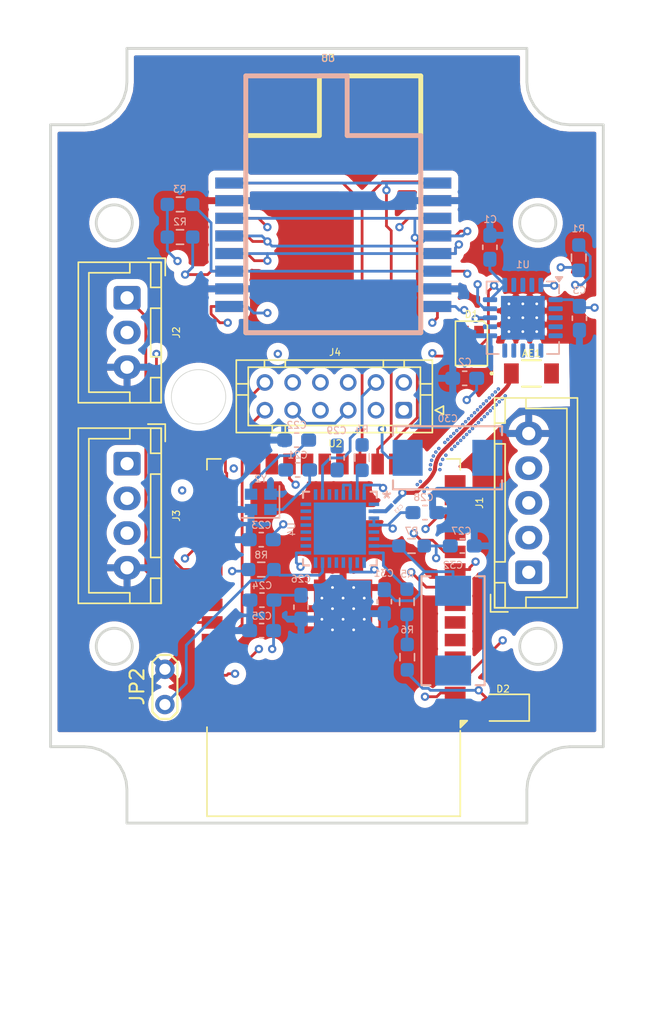
<source format=kicad_pcb>
(kicad_pcb (version 20241229) (generator "pcbnew") (generator_version "9.0")
  (layers (0 "F.Cu" signal) (4 "In1.Cu" signal) (6 "In2.Cu" signal) (2 "B.Cu" signal) (13 "F.Paste" user) (15 "B.Paste" user) (5 "F.SilkS" user "F.Silkscreen") (7 "B.SilkS" user "B.Silkscreen") (1 "F.Mask" user) (3 "B.Mask" user) (25 "Edge.Cuts" user))
  (net 0 "")
  (net 1 "GND")
  (net 2 "+3.3V")
  (net 3 "+5V")
  (net 4 "Net-(U1-NR)")
  (net 6 "/SPORT")
  (net 7 "/RX")
  (net 8 "/TX")
  (net 9 "/BOOT0")
  (net 10 "/SDA")
  (net 11 "/SCK")
  (net 12 "Net-(U2-EN)")
  (net 19 "/LED_RGB")
  (net 20 "/MISO_1")
  (net 21 "Net-(U2-IO33)")
  (net 22 "/MISO_2")
  (net 24 "/RX_EN_1")
  (net 25 "/BUSY_2")
  (net 28 "/MOSI")
  (net 31 "/NSS_2")
  (net 32 "/NSS_1")
  (net 33 "/BUSY_1")
  (net 34 "/DIO1_2")
  (net 35 "/RX_EN_2")
  (net 37 "/DIO1_1")
  (net 38 "/TX_EN_1")
  (net 41 "/NRESET")
  (net 42 "/TX_EN_2")
  (net 46 "Net-(U4-LNA)")
  (net 47 "Net-(U4-XTAL_OUT)")
  (net 48 "Net-(U4-XTAL_IN)")
  (net 49 "Net-(U4-CHIP_EN)")
  (net 50 "Net-(D2-A)")
  (net 51 "/ESP8285/TX")
  (net 52 "/TX_ESP32")
  (net 53 "/RX_ESP32")
  (net 54 "/ESP8285/RX")
  (net 55 "Net-(JP2-A)")
  (net 56 "Net-(U4-RES12K)")
  (net 57 "/ESP8285/LED")
  (net 58 "Net-(R5-Pad2)")
  (net 74 "Net-(AE1-Pad1)")
  (footprint "Connector_JST:JST_XH_B4B-XH-A_1x04_P2.50mm_Vertical" (layer "F.Cu") (at 134.6 86.125 -90)
    (property "Reference" "J3")
    (property "Value" "Conn_01x04_Socket" (hide yes))
  )
  (footprint "W3008:ANT_W3008_PUL" (layer "F.Cu") (at 163.7194 79.625)
    (property "Reference" "AE1")
    (property "Value" "W3008" (hide yes))
  )
  (footprint "LED_SMD:LED_0805_2012Metric_Pad1.15x1.40mm_HandSolder" (layer "F.Cu") (at 161.7 103.7 180)
    (property "Reference" "D2")
    (property "Value" "LED" (hide yes))
  )
  (footprint "Connector_JST:JST_PHD_B12B-PHDSS_2x06_P2.00mm_Vertical" (layer "F.Cu") (at 154.525 82.275 180)
    (property "Reference" "J4")
    (property "Value" "Conn_02x06_Odd_Even" (hide yes))
  )
  (footprint "LED_SMD:LED_WS2812B-2020_PLCC4_2.0x2.0mm" (layer "F.Cu") (at 159.4 77.46 -90)
    (property "Reference" "D1")
    (property "Value" "WS2812B-2020" (hide yes))
  )
  (footprint "TestPoint:TestPoint_2Pads_Pitch2.54mm_Drill0.8mm" (layer "F.Cu") (at 137.325 103.475 90)
    (property "Reference" "JP2")
    (property "Value" "Jumper_2_Small_Bridged" (hide yes))
  )
  (footprint "Connector_JST:JST_XH_B3B-XH-A_1x03_P2.50mm_Vertical" (layer "F.Cu") (at 134.6 74.175 -90)
    (property "Reference" "J2")
    (property "Value" "Conn_01x03_Socket" (hide yes))
  )
  (footprint "Connector_JST:JST_XH_B5B-XH-A_1x05_P2.50mm_Vertical" (layer "F.Cu") (at 163.525 93.95 90)
    (property "Reference" "J1")
    (property "Value" "Conn_01x05_Socket" (hide yes))
  )
  (footprint "RF_Module:ESP32-WROOM-32" (layer "F.Cu") (at 149.475 95.66 180)
    (property "Reference" "U2")
    (property "Value" "ESP32-WROOM-32" (hide yes))
  )
  (footprint "Library:E28" (layer "F.Cu") (at 148.95 68.55 90)
    (property "Reference" "U3")
    (property "Value" "E28-2G4M27S" (hide yes))
  )
  (footprint "Capacitor_SMD:C_0603_1608Metric_Pad1.08x0.95mm_HandSolder" (layer "B.Cu") (at 156.05 89.65)
    (property "Reference" "C28")
    (property "Value" "100nF" (hide yes))
  )
  (footprint "Crystal:Crystal_SMD_2016-4Pin_2.0x1.6mm" (layer "B.Cu") (at 144.225 88.875 180)
    (property "Reference" "Y2")
    (property "Value" "26MHz" (hide yes))
  )
  (footprint "Capacitor_SMD:C_0603_1608Metric_Pad1.08x0.95mm_HandSolder" (layer "B.Cu") (at 147.125 96.4625 -90)
    (property "Reference" "C26")
    (property "Value" "100nF" (hide yes))
  )
  (footprint "Capacitor_SMD:C_0603_1608Metric_Pad1.08x0.95mm_HandSolder" (layer "B.Cu") (at 146.8125 84.425 180)
    (property "Reference" "C22")
    (property "Value" "10pF" (hide yes))
  )
  (footprint "Resistor_SMD:R_0603_1608Metric_Pad0.98x0.95mm_HandSolder" (layer "B.Cu") (at 138.4125 67.45 180)
    (property "Reference" "R3")
    (property "Value" "150" (hide yes))
  )
  (footprint "Capacitor_SMD:C_0603_1608Metric_Pad1.08x0.95mm_HandSolder" (layer "B.Cu") (at 146.8875 86.575 180)
    (property "Reference" "C21")
    (property "Value" "10pF" (hide yes))
  )
  (footprint "Resistor_SMD:R_0603_1608Metric_Pad0.98x0.95mm_HandSolder" (layer "B.Cu") (at 167.125 71.2875 90)
    (property "Reference" "R1")
    (property "Value" "10K" (hide yes))
  )
  (footprint "Capacitor_SMD:C_0603_1608Metric_Pad1.08x0.95mm_HandSolder" (layer "B.Cu") (at 144.3125 95.95 180)
    (property "Reference" "C24")
    (property "Value" "100nF" (hide yes))
  )
  (footprint "Library:E28" (layer "B.Cu") (at 149.95 68.55 90)
    (property "Reference" "U5")
    (property "Value" "E28-2G4M27S")
  )
  (footprint "Capacitor_SMD:C_0603_1608Metric_Pad1.08x0.95mm_HandSolder" (layer "B.Cu") (at 153.125 96.0625 90)
    (property "Reference" "C31")
    (property "Value" "0.1uF" (hide yes))
  )
  (footprint "Resistor_SMD:R_0603_1608Metric_Pad0.98x0.95mm_HandSolder" (layer "B.Cu") (at 138.4125 69.8 180)
    (property "Reference" "R2")
    (property "Value" "150" (hide yes))
  )
  (footprint "Resistor_SMD:R_0603_1608Metric_Pad0.98x0.95mm_HandSolder" (layer "B.Cu") (at 154.775 100.0625 -90)
    (property "Reference" "R6")
    (property "Value" "1K" (hide yes))
  )
  (footprint "Resistor_SMD:R_0603_1608Metric_Pad0.98x0.95mm_HandSolder" (layer "B.Cu") (at 155.0875 92.05 180)
    (property "Reference" "R7")
    (property "Value" "10K" (hide yes))
  )
  (footprint "Capacitor_SMD:C_0603_1608Metric_Pad1.08x0.95mm_HandSolder" (layer "B.Cu") (at 149.725 85.7125 90)
    (property "Reference" "C29")
    (property "Value" "100nF" (hide yes))
  )
  (footprint "Capacitor_SMD:C_0603_1608Metric_Pad1.08x0.95mm_HandSolder" (layer "B.Cu") (at 158.7375 92.05)
    (property "Reference" "C27")
    (property "Value" "100nF" (hide yes))
  )
  (footprint "Capacitor_SMD:C_01005_0402Metric_Pad0.57x0.30mm_HandSolder" (layer "B.Cu") (at 153.763649 89.011351 -135)
    (property "Reference" "C33")
    (property "Value" "5.6pF" (hide yes))
  )
  (footprint "ECASD40J106M055K00:ECASD40J106M055K00" (layer "B.Cu") (at 157.675 85.7 180)
    (property "Reference" "C30")
    (property "Value" "10uF" (hide yes))
  )
  (footprint "Resistor_SMD:R_0603_1608Metric_Pad0.98x0.95mm_HandSolder" (layer "B.Cu") (at 151.525 85.6875 90)
    (property "Reference" "R4")
    (property "Value" "12K" (hide yes))
  )
  (footprint "Capacitor_SMD:C_0603_1608Metric_Pad1.08x0.95mm_HandSolder" (layer "B.Cu") (at 144.2875 98.15 180)
    (property "Reference" "C25")
    (property "Value" "100nF" (hide yes))
  )
  (footprint "ECASD40J106M055K00:ECASD40J106M055K00" (layer "B.Cu") (at 158.075 98.1548 90)
    (property "Reference" "C32")
    (property "Value" "10uF" (hide yes))
  )
  (footprint "Capacitor_SMD:C_0603_1608Metric_Pad1.08x0.95mm_HandSolder" (layer "B.Cu") (at 160.725 70.5375 90)
    (property "Reference" "C1")
    (property "Value" "10uF" (hide yes))
  )
  (footprint "Package_DFN_QFN:Texas_RGW0020A_VQFN-20-1EP_5x5mm_P0.65mm_EP3.15x3.15mm_ThermalVias" (layer "B.Cu") (at 163.1 75.6125 180)
    (property "Reference" "U1")
    (property "Value" "TPS7A4701xRGW" (hide yes))
  )
  (footprint "ESP8285H16:QFN32_5X5_EXP" (layer "B.Cu") (at 149.9239 90.8 180)
    (property "Reference" "U4")
    (property "Value" "ESP8285H16" (hide yes))
  )
  (footprint "Resistor_SMD:R_0603_1608Metric_Pad0.98x0.95mm_HandSolder" (layer "B.Cu") (at 144.2625 93.75)
    (property "Reference" "R8")
    (property "Value" "10K" (hide yes))
  )
  (footprint "Capacitor_SMD:C_0603_1608Metric_Pad1.08x0.95mm_HandSolder" (layer "B.Cu") (at 158.9125 79.975 180)
    (property "Reference" "C2")
    (property "Value" "1uF" (hide yes))
  )
  (footprint "Resistor_SMD:R_0603_1608Metric_Pad0.98x0.95mm_HandSolder" (layer "B.Cu") (at 154.75 96.075 -90)
    (property "Reference" "R5")
    (property "Value" "0" (hide yes))
  )
  (footprint "Capacitor_SMD:C_0603_1608Metric_Pad1.08x0.95mm_HandSolder" (layer "B.Cu") (at 144.2625 91.6 180)
    (property "Reference" "C23")
    (property "Value" "100nF" (hide yes))
  )
  (footprint "Capacitor_SMD:C_0603_1608Metric_Pad1.08x0.95mm_HandSolder" (layer "B.Cu") (at 167.175 75.65 -90)
    (property "Reference" "C3")
    (property "Value" "47uF" (hide yes))
  )
  (gr_line (start 132.678505 61.479019) (end 132.096512 61.655545) (stroke (width 0.2)) (layer "Edge.Cuts"))
  (gr_circle (center 133.676892 68.779636) (end 134.976892 68.779636) (stroke (width 0.2)) (fill no) (layer "Edge.Cuts"))
  (gr_line (start 163.391262 112.012747) (end 163.391262 109.588177) (stroke (width 0.2)) (layer "Edge.Cuts"))
  (gr_line (start 133.685024 60.806478) (end 134.070827 60.33636) (stroke (width 0.2)) (layer "Edge.Cuts"))
  (gr_line (start 133.685022 107.419013) (end 134.070829 107.889136) (stroke (width 0.2)) (layer "Edge.Cuts"))
  (gr_circle (center 164.176892 99.279636) (end 165.476892 99.279636) (stroke (width 0.2)) (fill no) (layer "Edge.Cuts"))
  (gr_line (start 134.591279 58.637325) (end 134.53408 59.218003) (stroke (width 0.2)) (layer "Edge.Cuts"))
  (gr_line (start 163.625 108.42551) (end 163.911702 107.889126) (stroke (width 0.2)) (layer "Edge.Cuts"))
  (gr_line (start 129.091275 106.512743) (end 131.515831 106.512743) (stroke (width 0.2)) (layer "Edge.Cuts"))
  (gr_line (start 163.625 59.8) (end 163.448477 59.217996) (stroke (width 0.2)) (layer "Edge.Cuts"))
  (gr_line (start 163.391262 109.588177) (end 163.448477 109.007496) (stroke (width 0.2)) (layer "Edge.Cuts"))
  (gr_line (start 163.448477 59.217996) (end 163.391262 58.637332) (stroke (width 0.2)) (layer "Edge.Cuts"))
  (gr_line (start 164.767636 107.033184) (end 165.304017 106.746484) (stroke (width 0.2)) (layer "Edge.Cuts"))
  (gr_circle (center 164.176892 68.779636) (end 165.476892 68.779636) (stroke (width 0.2)) (fill no) (layer "Edge.Cuts"))
  (gr_line (start 134.591279 56.212739) (end 134.591279 58.637325) (stroke (width 0.2)) (layer "Edge.Cuts"))
  (gr_line (start 163.391262 58.637332) (end 163.391262 56.212739) (stroke (width 0.2)) (layer "Edge.Cuts"))
  (gr_circle (center 133.676892 99.279636) (end 134.976892 99.279636) (stroke (width 0.2)) (fill no) (layer "Edge.Cuts"))
  (gr_line (start 163.911705 60.33637) (end 163.625 59.8) (stroke (width 0.2)) (layer "Edge.Cuts"))
  (gr_line (start 131.515831 61.712743) (end 129.091275 61.712743) (stroke (width 0.2)) (layer "Edge.Cuts"))
  (gr_circle (center 139.75 81.307837) (end 139.925 79.357837) (stroke (width 0.05)) (fill no) (layer "Edge.Cuts"))
  (gr_line (start 168.891251 61.712743) (end 166.466695 61.712743) (stroke (width 0.2)) (layer "Edge.Cuts"))
  (gr_line (start 164.767633 61.192315) (end 164.297535 60.806478) (stroke (width 0.2)) (layer "Edge.Cuts"))
  (gr_line (start 133.214882 107.03318) (end 133.685022 107.419013) (stroke (width 0.2)) (layer "Edge.Cuts"))
  (gr_line (start 134.591279 109.588184) (end 134.591279 112.012747) (stroke (width 0.2)) (layer "Edge.Cuts"))
  (gr_line (start 168.891251 62.082743) (end 168.891251 61.712743) (stroke (width 0.2)) (layer "Edge.Cuts"))
  (gr_line (start 166.466695 61.712743) (end 165.886031 61.655545) (stroke (width 0.2)) (layer "Edge.Cuts"))
  (gr_line (start 132.096512 61.655545) (end 131.515831 61.712743) (stroke (width 0.2)) (layer "Edge.Cuts"))
  (gr_line (start 132.096519 106.569942) (end 132.678511 106.746485) (stroke (width 0.2)) (layer "Edge.Cuts"))
  (gr_line (start 164.297537 107.419013) (end 164.767636 107.033184) (stroke (width 0.2)) (layer "Edge.Cuts"))
  (gr_line (start 129.091275 61.712743) (end 129.091275 62.082743) (stroke (width 0.2)) (layer "Edge.Cuts"))
  (gr_line (start 134.53408 109.007489) (end 134.591279 109.588184) (stroke (width 0.2)) (layer "Edge.Cuts"))
  (gr_line (start 165.886031 61.655545) (end 165.304023 61.47902) (stroke (width 0.2)) (layer "Edge.Cuts"))
  (gr_line (start 129.091275 64.69024) (end 129.091275 106.512743) (stroke (width 0.2)) (layer "Edge.Cuts"))
  (gr_line (start 165.304023 61.47902) (end 164.767633 61.192315) (stroke (width 0.2)) (layer "Edge.Cuts"))
  (gr_line (start 165.886024 106.569942) (end 166.466695 106.512743) (stroke (width 0.2)) (layer "Edge.Cuts"))
  (gr_line (start 164.297535 60.806478) (end 163.911705 60.33637) (stroke (width 0.2)) (layer "Edge.Cuts"))
  (gr_line (start 163.448477 109.007496) (end 163.625 108.42551) (stroke (width 0.2)) (layer "Edge.Cuts"))
  (gr_line (start 168.891251 106.512743) (end 168.891251 62.082743) (stroke (width 0.2)) (layer "Edge.Cuts"))
  (gr_line (start 134.357519 108.425497) (end 134.53408 109.007489) (stroke (width 0.2)) (layer "Edge.Cuts"))
  (gr_line (start 134.591279 112.012747) (end 163.391262 112.012747) (stroke (width 0.2)) (layer "Edge.Cuts"))
  (gr_line (start 132.678511 106.746485) (end 133.214882 107.03318) (stroke (width 0.2)) (layer "Edge.Cuts"))
  (gr_line (start 129.091275 62.082743) (end 129.091275 64.69024) (stroke (width 0.2)) (layer "Edge.Cuts"))
  (gr_line (start 133.214885 61.19232) (end 133.685024 60.806478) (stroke (width 0.2)) (layer "Edge.Cuts"))
  (gr_line (start 166.466695 106.512743) (end 168.891251 106.512743) (stroke (width 0.2)) (layer "Edge.Cuts"))
  (gr_line (start 165.304017 106.746484) (end 165.886024 106.569942) (stroke (width 0.2)) (layer "Edge.Cuts"))
  (gr_line (start 134.357519 59.800013) (end 134.53408 59.218003) (stroke (width 0.2)) (layer "Edge.Cuts"))
  (gr_line (start 163.391262 56.212739) (end 134.591279 56.212739) (stroke (width 0.2)) (layer "Edge.Cuts"))
  (gr_line (start 133.214885 61.19232) (end 132.678505 61.479019) (stroke (width 0.2)) (layer "Edge.Cuts"))
  (gr_line (start 134.070827 60.33636) (end 134.357519 59.800013) (stroke (width 0.2)) (layer "Edge.Cuts"))
  (gr_line (start 163.911702 107.889126) (end 164.297537 107.419013) (stroke (width 0.2)) (layer "Edge.Cuts"))
  (gr_line (start 134.070829 107.889136) (end 134.357519 108.425497) (stroke (width 0.2)) (layer "Edge.Cuts"))
  (gr_line (start 131.515831 106.512743) (end 132.096519 106.569942) (stroke (width 0.2)) (layer "Edge.Cuts"))
  (via (at 157.697135 84.38289) (size 0.25) (drill 0.05) (layers "F.Cu" "B.Cu") (net 1))
  (via (at 160.265173 81.814853) (size 0.25) (drill 0.05) (layers "F.Cu" "B.Cu") (net 1))
  (via (at 160.479176 81.60085) (size 0.25) (drill 0.05) (layers "F.Cu" "B.Cu") (net 1))
  (via (at 155.724163 87.405863) (size 0.25) (drill 0.05) (layers "F.Cu" "B.Cu") (net 1))
  (via (at 157.174512 86.172801) (size 0.25) (drill 0.05) (layers "F.Cu" "B.Cu") (net 1))
  (via (at 161.335188 80.744838) (size 0.25) (drill 0.05) (layers "F.Cu" "B.Cu") (net 1))
  (via (at 160.118137 82.951836) (size 0.25) (drill 0.05) (layers "F.Cu" "B.Cu") (net 1))
  (via (at 156.219137 87.900837) (size 0.25) (drill 0.05) (layers "F.Cu" "B.Cu") (net 1))
  (via (at 159.904134 83.165839) (size 0.25) (drill 0.05) (layers "F.Cu" "B.Cu") (net 1))
  (via (at 158.339144 83.740881) (size 0.25) (drill 0.05) (layers "F.Cu" "B.Cu") (net 1))
  (via (at 159.476128 83.593846) (size 0.25) (drill 0.05) (layers "F.Cu" "B.Cu") (net 1))
  (via (at 158.767151 83.312875) (size 0.25) (drill 0.05) (layers "F.Cu" "B.Cu") (net 1))
  (via (at 159.262125 83.807849) (size 0.25) (drill 0.05) (layers "F.Cu" "B.Cu") (net 1))
  (via (at 161.402156 81.667818) (size 0.25) (drill 0.05) (layers "F.Cu" "B.Cu") (net 1))
  (via (at 159.623163 82.456862) (size 0.25) (drill 0.05) (layers "F.Cu" "B.Cu") (net 1))
  (via (at 161.830162 81.239812) (size 0.25) (drill 0.05) (layers "F.Cu" "B.Cu") (net 1))
  (via (at 157.125286 86.553799) (size 0.25) (drill 0.05) (layers "F.Cu" "B.Cu") (net 1))
  (via (at 156.453047 86.203843) (size 0.25) (drill 0.05) (layers "F.Cu" "B.Cu") (net 1))
  (via (at 158.192109 84.877864) (size 0.25) (drill 0.05) (layers "F.Cu" "B.Cu") (net 1))
  (via (at 160.546143 82.52383) (size 0.25) (drill 0.05) (layers "F.Cu" "B.Cu") (net 1))
  (via (at 159.195157 82.884868) (size 0.25) (drill 0.05) (layers "F.Cu" "B.Cu") (net 1))
  (via (at 160.693179 81.386847) (size 0.25) (drill 0.05) (layers "F.Cu" "B.Cu") (net 1))
  (via (at 161.121185 80.958841) (size 0.25) (drill 0.05) (layers "F.Cu" "B.Cu") (net 1))
  (via (at 160.907182 81.172844) (size 0.25) (drill 0.05) (layers "F.Cu" "B.Cu") (net 1))
  (via (at 161.616159 81.453815) (size 0.25) (drill 0.05) (layers "F.Cu" "B.Cu") (net 1))
  (via (at 156.659421 85.570876) (size 0.25) (drill 0.05) (layers "F.Cu" "B.Cu") (net 1))
  (via (at 160.97415 82.095824) (size 0.25) (drill 0.05) (layers "F.Cu" "B.Cu") (net 1))
  (via (at 155.500838 87.629188) (size 0.25) (drill 0.05) (layers "F.Cu" "B.Cu") (net 1))
  (via (at 159.40916 82.670865) (size 0.25) (drill 0.05) (layers "F.Cu" "B.Cu") (net 1))
  (via (at 157.483132 84.596893) (size 0.25) (drill 0.05) (layers "F.Cu" "B.Cu") (net 1))
  (via (at 159.690131 83.379842) (size 0.25) (drill 0.05) (layers "F.Cu" "B.Cu") (net 1))
  (via (at 158.125141 83.954884) (size 0.25) (drill 0.05) (layers "F.Cu" "B.Cu") (net 1))
  (via (at 157.556097 85.513729) (size 0.25) (drill 0.05) (layers "F.Cu" "B.Cu") (net 1))
  (via (at 157.321498 85.817942) (size 0.25) (drill 0.05) (layers "F.Cu" "B.Cu") (net 1))
  (via (at 160.33214 82.737833) (size 0.25) (drill 0.05) (layers "F.Cu" "B.Cu") (net 1))
  (via (at 158.406112 84.663861) (size 0.25) (drill 0.05) (layers "F.Cu" "B.Cu") (net 1))
  (via (at 158.620115 84.449858) (size 0.25) (drill 0.05) (layers "F.Cu" "B.Cu") (net 1))
  (via (at 156.53165 85.879339) (size 0.25) (drill 0.05) (layers "F.Cu" "B.Cu") (net 1))
  (via (at 158.981154 83.098872) (size 0.25) (drill 0.05) (layers "F.Cu" "B.Cu") (net 1))
  (via (at 159.048121 84.021852) (size 0.25) (drill 0.05) (layers "F.Cu" "B.Cu") (net 1))
  (via (at 157.911138 84.168887) (size 0.25) (drill 0.05) (layers "F.Cu" "B.Cu") (net 1))
  (via (at 160.760147 82.309827) (size 0.25) (drill 0.05) (layers "F.Cu" "B.Cu") (net 1))
  (via (at 161.188153 81.881821) (size 0.25) (drill 0.05) (layers "F.Cu" "B.Cu") (net 1))
  (via (at 157.049129 85.031045) (size 0.25) (drill 0.05) (layers "F.Cu" "B.Cu") (net 1))
  (via (at 157.978106 85.091867) (size 0.25) (drill 0.05) (layers "F.Cu" "B.Cu") (net 1))
  (via (at 160.051169 82.028856) (size 0.25) (drill 0.05) (layers "F.Cu" "B.Cu") (net 1))
  (via (at 156.833298 85.285836) (size 0.25) (drill 0.05) (layers "F.Cu" "B.Cu") (net 1))
  (via (at 155.995812 88.124162) (size 0.25) (drill 0.05) (layers "F.Cu" "B.Cu") (net 1))
  (via (at 158.553147 83.526878) (size 0.25) (drill 0.05) (layers "F.Cu" "B.Cu") (net 1))
  (via (at 156.425496 86.536623) (size 0.25) (drill 0.05) (layers "F.Cu" "B.Cu") (net 1))
  (via (at 159.837166 82.242859) (size 0.25) (drill 0.05) (layers "F.Cu" "B.Cu") (net 1))
  (via (at 158.834118 84.235855) (size 0.25) (drill 0.05) (layers "F.Cu" "B.Cu") (net 1))
  (segment (start 156.5825 75.9721) (end 156.95 75.6046) (width 0.2) (layer "F.Cu") (net 2))
  (segment (start 156.9029 102.9104) (end 157.1733 102.64) (width 0.2) (layer "F.Cu") (net 2))
  (segment (start 158.225 102.64) (end 157.1733 102.64) (width 0.2) (layer "F.Cu") (net 2))
  (segment (start 156.95 75.6046) (end 156.95 74.8) (width 0.2) (layer "F.Cu") (net 2))
  (segment (start 141.95 74.8) (end 140.6483 74.8) (width 0.2) (layer "F.Cu") (net 2))
  (segment (start 141.2851 75.9721) (end 140.6483 75.3353) (width 0.2) (layer "F.Cu") (net 2))
  (segment (start 141.8484 75.9721) (end 141.2851 75.9721) (width 0.2) (layer "F.Cu") (net 2))
  (segment (start 140.6483 75.3353) (end 140.6483 74.8) (width 0.2) (layer "F.Cu") (net 2))
  (segment (start 156.0518 102.9104) (end 156.9029 102.9104) (width 0.2) (layer "F.Cu") (net 2))
  (via (at 158.88 75.0625) (size 0.6) (drill 0.3) (layers "F.Cu" "B.Cu") (net 2))
  (via (at 153.7309 90.801) (size 0.6) (drill 0.3) (layers "F.Cu" "B.Cu") (net 2))
  (via (at 156.0518 102.9104) (size 0.6) (drill 0.3) (layers "F.Cu" "B.Cu") (net 2))
  (via (at 152.9647 83.6398) (size 0.6) (drill 0.3) (layers "F.Cu" "B.Cu") (net 2))
  (via (at 165.8289 71.9869) (size 0.6) (drill 0.3) (layers "F.Cu" "B.Cu") (net 2))
  (via (at 156.5825 75.9721) (size 0.6) (drill 0.3) (layers "F.Cu" "B.Cu") (net 2))
  (via (at 152.4032 93.7406) (size 0.6) (drill 0.3) (layers "F.Cu" "B.Cu") (net 2))
  (via (at 141.8484 75.9721) (size 0.6) (drill 0.3) (layers "F.Cu" "B.Cu") (net 2))
  (via (at 168.266 74.8854) (size 0.6) (drill 0.3) (layers "F.Cu" "B.Cu") (net 2))
  (via (at 145.0488 99.4746) (size 0.6) (drill 0.3) (layers "F.Cu" "B.Cu") (net 2))
  (via (at 145.8465 90.491) (size 0.6) (drill 0.3) (layers "F.Cu" "B.Cu") (net 2))
  (via (at 165.355 73.2927) (size 0.6) (drill 0.3) (layers "F.Cu" "B.Cu") (net 2))
  (via (at 142.1683 93.8643) (size 0.6) (drill 0.3) (layers "F.Cu" "B.Cu") (net 2))
  (via (at 147.0893 93.5544) (size 0.6) (drill 0.3) (layers "F.Cu" "B.Cu") (net 2))
  (via (at 156.8602 92.9287) (size 0.6) (drill 0.3) (layers "F.Cu" "B.Cu") (net 2))
  (via (at 153.0322 87.8768) (size 0.6) (drill 0.3) (layers "F.Cu" "B.Cu") (net 2))
  (via (at 144.7056 75.2705) (size 0.6) (drill 0.3) (layers "F.Cu" "B.Cu") (net 2))
  (segment (start 153.0322 87.8768) (end 152.8216 87.6662) (width 0.2) (layer "B.Cu") (net 2))
  (segment (start 145.15 98.15) (end 145.15 95.975) (width 0.2) (layer "B.Cu") (net 2))
  (segment (start 152.9647 85.2411) (end 153.4236 85.7) (width 0.2) (layer "B.Cu") (net 2))
  (segment (start 146.7901 92.55) (end 146.7901 93.2552) (width 0.2) (layer "B.Cu") (net 2))
  (segment (start 166.9119 71.9869) (end 167.125 72.2) (width 0.2) (layer "B.Cu") (net 2))
  (segment (start 147.4728 92.55) (end 146.7901 92.55) (width 0.2) (layer "B.Cu") (net 2))
  (segment (start 156.8602 92.05) (end 157.875 92.05) (width 0.2) (layer "B.Cu") (net 2))
  (segment (start 156 92.05) (end 156.8602 92.05) (width 0.2) (layer "B.Cu") (net 2))
  (segment (start 147.125 95.6) (end 145.525 95.6) (width 0.2) (layer "B.Cu") (net 2))
  (segment (start 152.8216 87.6662) (end 151.6739 87.6662) (width 0.2) (layer "B.Cu") (net 2))
  (segment (start 143.7222 75.2705) (end 143.2517 74.8) (width 0.2) (layer "B.Cu") (net 2))
  (segment (start 153.7309 90.7994) (end 153.7309 90.801) (width 0.2) (layer "B.Cu") (net 2))
  (segment (start 167.2729 74.8854) (end 167.175 74.7875) (width 0.2) (layer "B.Cu") (net 2))
  (segment (start 153.4815 90.4685) (end 154.3 89.65) (width 0.2) (layer "B.Cu") (net 2))
  (segment (start 152.375 90.05) (end 152.375 90.55) (width 0.2) (layer "B.Cu") (net 2))
  (segment (start 142.1683 93.8643) (end 143.2357 93.8643) (width 0.2) (layer "B.Cu") (net 2))
  (segment (start 146.7901 93.2552) (end 147.0893 93.5544) (width 0.2) (layer "B.Cu") (net 2))
  (segment (start 143.2357 93.8643) (end 143.35 93.75) (width 0.2) (layer "B.Cu") (net 2))
  (segment (start 145.15 95.975) (end 145.175 95.95) (width 0.2) (layer "B.Cu") (net 2))
  (segment (start 166.7 74.3125) (end 165.4625 74.3125) (width 0.2) (layer "B.Cu") (net 2))
  (segment (start 152.375 90.55) (end 153.4815 90.55) (width 0.2) (layer "B.Cu") (net 2))
  (segment (start 145.125 91.2125) (end 145.125 91.6) (width 0.2) (layer "B.Cu") (net 2))
  (segment (start 158.5142 75.0625) (end 158.2517 74.8) (width 0.2) (layer "B.Cu") (net 2))
  (segment (start 153.4815 90.55) (end 153.4815 90.4685) (width 0.2) (layer "B.Cu") (net 2))
  (segment (start 168.266 74.8854) (end 167.2729 74.8854) (width 0.2) (layer "B.Cu") (net 2))
  (segment (start 167.175 74.7875) (end 166.7 74.3125) (width 0.2) (layer "B.Cu") (net 2))
  (segment (start 150.1739 88.3489) (end 150.1739 87.767) (width 0.2) (layer "B.Cu") (net 2))
  (segment (start 145.525 95.6) (end 145.175 95.95) (width 0.2) (layer "B.Cu") (net 2))
  (segment (start 145.15 99.3734) (end 145.15 98.15) (width 0.2) (layer "B.Cu") (net 2))
  (segment (start 150.1739 87.6662) (end 150.6739 87.6662) (width 0.2) (layer "B.Cu") (net 2))
  (segment (start 164.4427 73.2927) (end 164.4 73.25) (width 0.2) (layer "B.Cu") (net 2))
  (segment (start 141.95 74.8) (end 143.2517 74.8) (width 0.2) (layer "B.Cu") (net 2))
  (segment (start 152.9647 83.6398) (end 152.9647 85.2411) (width 0.2) (layer "B.Cu") (net 2))
  (segment (start 153.4815 90.55) (end 153.7309 90.7994) (width 0.2) (layer "B.Cu") (net 2))
  (segment (start 165.8289 71.9869) (end 166.9119 71.9869) (width 0.2) (layer "B.Cu") (net 2))
  (segment (start 152.4032 93.7406) (end 152.21 93.9338) (width 0.2) (layer "B.Cu") (net 2))
  (segment (start 145.8465 90.491) (end 145.125 91.2125) (width 0.2) (layer "B.Cu") (net 2))
  (segment (start 152.21 93.9338) (end 150.6739 93.9338) (width 0.2) (layer "B.Cu") (net 2))
  (segment (start 165.355 73.2927) (end 164.4427 73.2927) (width 0.2) (layer "B.Cu") (net 2))
  (segment (start 144.7056 75.2705) (end 143.7222 75.2705) (width 0.2) (layer "B.Cu") (net 2))
  (segment (start 150.1739 87.6677) (end 150.1739 87.6662) (width 0.2) (layer "B.Cu") (net 2))
  (segment (start 154.3 89.65) (end 155.1875 89.65) (width 0.2) (layer "B.Cu") (net 2))
  (segment (start 150.6739 93.2511) (end 150.6739 93.9338) (width 0.2) (layer "B.Cu") (net 2))
  (segment (start 151.6739 88.0075) (end 151.6739 87.6662) (width 0.2) (layer "B.Cu") (net 2))
  (segment (start 150.1739 87.767) (end 150.1739 87.6677) (width 0.2) (layer "B.Cu") (net 2))
  (segment (start 156.8602 92.9287) (end 156.8602 92.05) (width 0.2) (layer "B.Cu") (net 2))
  (segment (start 145.0488 99.4746) (end 145.15 99.3734) (width 0.2) (layer "B.Cu") (net 2))
  (segment (start 154.8048 85.7) (end 153.4236 85.7) (width 0.2) (layer "B.Cu") (net 2))
  (segment (start 156.95 74.8) (end 158.2517 74.8) (width 0.2) (layer "B.Cu") (net 2))
  (segment (start 151.6739 88.3489) (end 151.6739 88.0075) (width 0.2) (layer "B.Cu") (net 2))
  (segment (start 150.6739 88.3489) (end 150.6739 87.6662) (width 0.2) (layer "B.Cu") (net 2))
  (segment (start 158.88 75.0625) (end 158.5142 75.0625) (width 0.2) (layer "B.Cu") (net 2))
  (segment (start 160.6193 75.6909) (end 159.7108 75.6909) (width 0.2) (layer "F.Cu") (net 3))
  (segment (start 159.95 77.7233) (end 160.6193 77.054) (width 0.2) (layer "F.Cu") (net 3))
  (segment (start 160.6193 75.6909) (end 160.6193 73.6996) (width 0.2) (layer "F.Cu") (net 3))
  (segment (start 160.6193 77.054) (end 160.6193 75.6909) (width 0.2) (layer "F.Cu") (net 3))
  (segment (start 160.6193 73.6996) (end 161.0262 73.2927) (width 0.2) (layer "F.Cu") (net 3))
  (segment (start 159.95 78.375) (end 159.95 77.7233) (width 0.2) (layer "F.Cu") (net 3))
  (via (at 161.0262 73.2927) (size 0.6) (drill 0.3) (layers "F.Cu" "B.Cu") (net 3))
  (via (at 159.7108 75.6909) (size 0.6) (drill 0.3) (layers "F.Cu" "B.Cu") (net 3))
  (segment (start 161.3918 73.6582) (end 161.8 73.25) (width 0.2) (layer "B.Cu") (net 3))
  (segment (start 161.0262 73.2927) (end 161.3918 73.6582) (width 0.2) (layer "B.Cu") (net 3))
  (segment (start 160.7375 75.6125) (end 159.7892 75.6125) (width 0.2) (layer "B.Cu") (net 3))
  (segment (start 160.725 72.175) (end 161.8 73.25) (width 0.2) (layer "B.Cu") (net 3))
  (segment (start 159.7892 75.6125) (end 159.7108 75.6909) (width 0.2) (layer "B.Cu") (net 3))
  (segment (start 160.7375 74.3125) (end 161.3918 73.6582) (width 0.2) (layer "B.Cu") (net 3))
  (segment (start 160.725 71.4) (end 160.725 72.175) (width 0.2) (layer "B.Cu") (net 3))
  (via (at 159.844 73.2042) (size 0.6) (drill 0.3) (layers "F.Cu" "B.Cu") (net 4))
  (via (at 159.0607 81.5369) (size 0.6) (drill 0.3) (layers "F.Cu" "B.Cu") (net 4))
  (segment (start 160.7375 74.9625) (end 160.3241 74.9625) (width 0.2) (layer "B.Cu") (net 4))
  (segment (start 159.0607 81.5369) (end 159.775 80.8226) (width 0.2) (layer "B.Cu") (net 4))
  (segment (start 159.8819 74.5203) (end 159.8819 74.4919) (width 0.2) (layer "B.Cu") (net 4))
  (segment (start 159.844 74.454) (end 159.844 73.2042) (width 0.2) (layer "B.Cu") (net 4))
  (segment (start 159.8819 74.4919) (end 159.844 74.454) (width 0.2) (layer "B.Cu") (net 4))
  (segment (start 160.3241 74.9625) (end 159.8819 74.5203) (width 0.2) (layer "B.Cu") (net 4))
  (segment (start 159.775 80.8226) (end 159.775 79.975) (width 0.2) (layer "B.Cu") (net 4))
  (segment (start 135.9498 93.8365) (end 135.9498 75.5248) (width 0.2) (layer "F.Cu") (net 6))
  (segment (start 140.725 97.56) (end 139.6733 97.56) (width 0.2) (layer "F.Cu") (net 6))
  (segment (start 139.6733 97.56) (end 135.9498 93.8365) (width 0.2) (layer "F.Cu") (net 6))
  (segment (start 135.9498 75.5248) (end 134.6 74.175) (width 0.2) (layer "F.Cu") (net 6))
  (segment (start 141.7767 98.83) (end 142.8857 97.721) (width 0.2) (layer "F.Cu") (net 7))
  (segment (start 142.8857 83.9143) (end 144.525 82.275) (width 0.2) (layer "F.Cu") (net 7))
  (segment (start 140.725 98.83) (end 141.7767 98.83) (width 0.2) (layer "F.Cu") (net 7))
  (segment (start 142.8857 97.721) (end 142.8857 83.9143) (width 0.2) (layer "F.Cu") (net 7))
  (segment (start 143.4655 100.1) (end 144.0909 99.4746) (width 0.2) (layer "F.Cu") (net 8))
  (segment (start 140.725 100.1) (end 143.4655 100.1) (width 0.2) (layer "F.Cu") (net 8))
  (via (at 144.0909 99.4746) (size 0.6) (drill 0.3) (layers "F.Cu" "B.Cu") (net 8))
  (segment (start 149.5857 83.2143) (end 147.4643 83.2143) (width 0.2) (layer "B.Cu") (net 8))
  (segment (start 150.525 82.275) (end 149.5857 83.2143) (width 0.2) (layer "B.Cu") (net 8))
  (segment (start 147.4643 83.2143) (end 146.525 82.275) (width 0.2) (layer "B.Cu") (net 8))
  (segment (start 140.725 87.4) (end 139.6733 87.4) (width 0.2) (layer "F.Cu") (net 9))
  (segment (start 139.6733 92.0504) (end 138.7688 92.9549) (width 0.2) (layer "F.Cu") (net 9))
  (segment (start 139.6733 87.4) (end 139.6733 92.0504) (width 0.2) (layer "F.Cu") (net 9))
  (via (at 138.7688 92.9549) (size 0.6) (drill 0.3) (layers "F.Cu" "B.Cu") (net 9))
  (segment (start 146.295 87.2017) (end 146.3015 87.2017) (width 0.2) (layer "F.Cu") (net 10))
  (segment (start 146.295 86.15) (end 146.295 87.2017) (width 0.2) (layer "F.Cu") (net 10))
  (segment (start 146.3015 87.2017) (end 146.7392 87.6394) (width 0.2) (layer "F.Cu") (net 10))
  (via (at 146.7392 87.6394) (size 0.6) (drill 0.3) (layers "F.Cu" "B.Cu") (net 10))
  (segment (start 157.444 92.48) (end 156.6017 91.6377) (width 0.2) (layer "F.Cu") (net 11))
  (segment (start 156.95 69.72) (end 158.2517 69.72) (width 0.2) (layer "F.Cu") (net 11))
  (segment (start 158.225 92.48) (end 157.444 92.48) (width 0.2) (layer "F.Cu") (net 11))
  (segment (start 144.7056 70.1172) (end 143.6489 70.1172) (width 0.2) (layer "F.Cu") (net 11))
  (segment (start 143.6489 70.1172) (end 143.2517 69.72) (width 0.2) (layer "F.Cu") (net 11))
  (segment (start 141.95 69.72) (end 143.2517 69.72) (width 0.2) (layer "F.Cu") (net 11))
  (segment (start 155.7517 91.6377) (end 155.2481 91.1341) (width 0.2) (layer "F.Cu") (net 11))
  (segment (start 158.596 69.3757) (end 158.2517 69.72) (width 0.2) (layer "F.Cu") (net 11))
  (segment (start 159.0996 69.3757) (end 158.596 69.3757) (width 0.2) (layer "F.Cu") (net 11))
  (segment (start 156.6017 91.6377) (end 155.7517 91.6377) (width 0.2) (layer "F.Cu") (net 11))
  (via (at 159.0996 69.3757) (size 0.6) (drill 0.3) (layers "F.Cu" "B.Cu") (net 11))
  (via (at 155.2481 91.1341) (size 0.6) (drill 0.3) (layers "F.Cu" "B.Cu") (net 11))
  (via (at 144.7056 70.1172) (size 0.6) (drill 0.3) (layers "F.Cu" "B.Cu") (net 11))
  (via (at 142.284 86.4691) (size 0.6) (drill 0.3) (layers "F.Cu" "B.Cu") (net 11))
  (segment (start 158.7553 69.72) (end 159.0996 69.3757) (width 0.2) (layer "B.Cu") (net 11))
  (segment (start 156.95 69.72) (end 158.7553 69.72) (width 0.2) (layer "B.Cu") (net 11))
  (segment (start 144.3084 69.72) (end 144.7056 70.1172) (width 0.2) (layer "B.Cu") (net 11))
  (segment (start 155.5902 70.4514) (end 156.3216 69.72) (width 0.2) (layer "B.Cu") (net 11))
  (segment (start 145.0398 70.4514) (end 155.5902 70.4514) (width 0.2) (layer "B.Cu") (net 11))
  (segment (start 144.7056 70.1172) (end 145.0398 70.4514) (width 0.2) (layer "B.Cu") (net 11))
  (segment (start 156.3216 69.72) (end 156.95 69.72) (width 0.2) (layer "B.Cu") (net 11))
  (segment (start 141.95 69.72) (end 144.3084 69.72) (width 0.2) (layer "B.Cu") (net 11))
  (segment (start 158.225 101.37) (end 159.2767 101.37) (width 0.2) (layer "F.Cu") (net 12))
  (segment (start 159.2767 101.2226) (end 159.2767 101.37) (width 0.2) (layer "F.Cu") (net 12))
  (segment (start 161.6496 98.8497) (end 159.2767 101.2226) (width 0.2) (layer "F.Cu") (net 12))
  (via (at 166.8678 73.2426) (size 0.6) (drill 0.3) (layers "F.Cu" "B.Cu") (net 12))
  (via (at 161.6496 98.8497) (size 0.6) (drill 0.3) (layers "F.Cu" "B.Cu") (net 12))
  (segment (start 167.125 70.375) (end 167.9511 71.2011) (width 0.2) (layer "B.Cu") (net 12))
  (segment (start 167.9511 71.2011) (end 167.9511 72.6311) (width 0.2) (layer "B.Cu") (net 12))
  (segment (start 167.3396 73.2426) (end 166.8678 73.2426) (width 0.2) (layer "B.Cu") (net 12))
  (segment (start 167.9511 72.6311) (end 167.3396 73.2426) (width 0.2) (layer "B.Cu") (net 12))
  (segment (start 158.85 78.375) (end 156.7918 78.375) (width 0.2) (layer "F.Cu") (net 19))
  (segment (start 142.376 101.2567) (end 141.89 101.2567) (width 0.2) (layer "F.Cu") (net 19))
  (segment (start 140.725 101.37) (end 141.7767 101.37) (width 0.2) (layer "F.Cu") (net 19))
  (segment (start 156.7918 78.375) (end 156.5825 78.1657) (width 0.2) (layer "F.Cu") (net 19))
  (segment (start 141.89 101.2567) (end 141.7767 101.37) (width 0.2) (layer "F.Cu") (net 19))
  (via (at 156.5825 78.1657) (size 0.6) (drill 0.3) (layers "F.Cu" "B.Cu") (net 19))
  (via (at 145.456 78.2158) (size 0.6) (drill 0.3) (layers "F.Cu" "B.Cu") (net 19))
  (via (at 142.376 101.2567) (size 0.6) (drill 0.3) (layers "F.Cu" "B.Cu") (net 19))
  (segment (start 156.95 72.26) (end 158.9162 72.26) (width 0.2) (layer "F.Cu") (net 20))
  (segment (start 140.4037 72.5046) (end 140.6483 72.26) (width 0.2) (layer "F.Cu") (net 20))
  (segment (start 158.9162 72.26) (end 159.0996 72.4434) (width 0.2) (layer "F.Cu") (net 20))
  (segment (start 141.95 72.26) (end 140.6483 72.26) (width 0.2) (layer "F.Cu") (net 20))
  (segment (start 138.7805 72.5046) (end 140.4037 72.5046) (width 0.2) (layer "F.Cu") (net 20))
  (via (at 138.7805 72.5046) (size 0.6) (drill 0.3) (layers "F.Cu" "B.Cu") (net 20))
  (via (at 159.0996 72.4434) (size 0.6) (drill 0.3) (layers "F.Cu" "B.Cu") (net 20))
  (segment (start 139.325 71.9601) (end 138.7805 72.5046) (width 0.2) (layer "B.Cu") (net 20))
  (segment (start 139.325 69.8) (end 139.325 71.9601) (width 0.2) (layer "B.Cu") (net 20))
  (segment (start 159.2767 93.6088) (end 159.6976 93.1879) (width 0.2) (layer "F.Cu") (net 21))
  (segment (start 159.2767 93.75) (end 159.2767 93.6088) (width 0.2) (layer "F.Cu") (net 21))
  (segment (start 158.225 93.75) (end 159.2767 93.75) (width 0.2) (layer "F.Cu") (net 21))
  (via (at 138.568 88.0535) (size 0.6) (drill 0.3) (layers "F.Cu" "B.Cu") (net 21))
  (via (at 138.2337 71.527) (size 0.6) (drill 0.3) (layers "F.Cu" "B.Cu") (net 21))
  (via (at 159.6976 93.1879) (size 0.6) (drill 0.3) (layers "F.Cu" "B.Cu") (net 21))
  (segment (start 138.2337 71.527) (end 137.5 70.7933) (width 0.2) (layer "B.Cu") (net 21))
  (segment (start 137.5 67.45) (end 137.5 69.8) (width 0.2) (layer "B.Cu") (net 21))
  (segment (start 137.5 70.7933) (end 137.5 69.8) (width 0.2) (layer "B.Cu") (net 21))
  (segment (start 141.95 72.26) (end 140.6483 72.26) (width 0.2) (layer "B.Cu") (net 22))
  (segment (start 140.6483 68.7733) (end 140.6483 72.26) (width 0.2) (layer "B.Cu") (net 22))
  (segment (start 139.325 67.45) (end 140.6483 68.7733) (width 0.2) (layer "B.Cu") (net 22))
  (segment (start 156.95 72.26) (end 141.95 72.26) (width 0.2) (layer "B.Cu") (net 22))
  (segment (start 152.9974 65.8254) (end 151.525 67.2978) (width 0.2) (layer "F.Cu") (net 24))
  (segment (start 150.1372 65.91) (end 151.525 67.2978) (width 0.2) (layer "F.Cu") (net 24))
  (segment (start 141.95 65.91) (end 150.1372 65.91) (width 0.2) (layer "F.Cu") (net 24))
  (segment (start 151.375 86.15) (end 151.375 85.0983) (width 0.2) (layer "F.Cu") (net 24))
  (segment (start 155.6483 65.91) (end 155.5637 65.8254) (width 0.2) (layer "F.Cu") (net 24))
  (segment (start 155.5637 65.8254) (end 152.9974 65.8254) (width 0.2) (layer "F.Cu") (net 24))
  (segment (start 156.95 65.91) (end 155.6483 65.91) (width 0.2) (layer "F.Cu") (net 24))
  (segment (start 151.525 84.9483) (end 151.375 85.0983) (width 0.2) (layer "F.Cu") (net 24))
  (segment (start 151.525 67.2978) (end 151.525 84.9483) (width 0.2) (layer "F.Cu") (net 24))
  (segment (start 156.95 70.99) (end 158.2517 70.99) (width 0.2) (layer "F.Cu") (net 28))
  (segment (start 158.2517 70.5776) (end 158.2517 70.99) (width 0.2) (layer "F.Cu") (net 28))
  (segment (start 143.7664 71.5047) (end 143.2517 70.99) (width 0.2) (layer "F.Cu") (net 28))
  (segment (start 158.4946 70.3347) (end 158.2517 70.5776) (width 0.2) (layer "F.Cu") (net 28))
  (segment (start 144.7056 71.5047) (end 143.7664 71.5047) (width 0.2) (layer "F.Cu") (net 28))
  (segment (start 141.95 70.99) (end 143.2517 70.99) (width 0.2) (layer "F.Cu") (net 28))
  (segment (start 158.225 95.02) (end 156.1451 95.02) (width 0.2) (layer "F.Cu") (net 28))
  (segment (start 156.1451 95.02) (end 155.0667 93.9416) (width 0.2) (layer "F.Cu") (net 28))
  (via (at 155.0667 93.9416) (size 0.6) (drill 0.3) (layers "F.Cu" "B.Cu") (net 28))
  (via (at 158.4946 70.3347) (size 0.6) (drill 0.3) (layers "F.Cu" "B.Cu") (net 28))
  (via (at 144.7056 71.5047) (size 0.6) (drill 0.3) (layers "F.Cu" "B.Cu") (net 28))
  (segment (start 144.7056 70.99) (end 144.7056 71.5047) (width 0.2) (layer "B.Cu") (net 28))
  (segment (start 141.95 70.99) (end 144.7056 70.99) (width 0.2) (layer "B.Cu") (net 28))
  (segment (start 144.7056 70.99) (end 156.95 70.99) (width 0.2) (layer "B.Cu") (net 28))
  (segment (start 158.2517 70.5776) (end 158.4946 70.3347) (width 0.2) (layer "B.Cu") (net 28))
  (segment (start 158.2517 70.99) (end 158.2517 70.5776) (width 0.2) (layer "B.Cu") (net 28))
  (segment (start 156.95 70.99) (end 158.2517 70.99) (width 0.2) (layer "B.Cu") (net 28))
  (segment (start 155.5019 82.8073) (end 155.5019 70.0237) (width 0.2) (layer "F.Cu") (net 31))
  (segment (start 155.5019 70.0237) (end 155.3267 69.8485) (width 0.2) (layer "F.Cu") (net 31))
  (segment (start 153.915 86.15) (end 153.915 84.3942) (width 0.2) (layer "F.Cu") (net 31))
  (segment (start 153.915 84.3942) (end 155.5019 82.8073) (width 0.2) (layer "F.Cu") (net 31))
  (via (at 155.3267 69.8485) (size 0.6) (drill 0.3) (layers "F.Cu" "B.Cu") (net 31))
  (segment (start 156.95 68.45) (end 155.3267 68.45) (width 0.2) (layer "B.Cu") (net 31))
  (segment (start 155.3267 68.45) (end 141.95 68.45) (width 0.2) (layer "B.Cu") (net 31))
  (segment (start 155.3267 68.45) (end 155.3267 69.8485) (width 0.2) (layer "B.Cu") (net 31))
  (segment (start 156.95 68.45) (end 154.8491 68.45) (width 0.2) (layer "F.Cu") (net 32))
  (segment (start 156.9805 89.94) (end 156.092 90.8285) (width 0.2) (layer "F.Cu") (net 32))
  (segment (start 144.7056 69.085) (end 144.0706 68.45) (width 0.2) (layer "F.Cu") (net 32))
  (segment (start 144.0706 68.45) (end 141.95 68.45) (width 0.2) (layer "F.Cu") (net 32))
  (segment (start 154.8491 68.45) (end 154.2141 69.085) (width 0.2) (layer "F.Cu") (net 32))
  (segment (start 158.225 89.94) (end 156.9805 89.94) (width 0.2) (layer "F.Cu") (net 32))
  (via (at 154.2141 69.085) (size 0.6) (drill 0.3) (layers "F.Cu" "B.Cu") (net 32))
  (via (at 156.092 90.8285) (size 0.6) (drill 0.3) (layers "F.Cu" "B.Cu") (net 32))
  (via (at 144.7056 69.085) (size 0.6) (drill 0.3) (layers "F.Cu" "B.Cu") (net 32))
  (segment (start 153.6223 69.344) (end 153.6223 84.1189) (width 0.2) (layer "F.Cu") (net 35))
  (segment (start 152.645 86.15) (end 152.645 85.0983) (width 0.2) (layer "F.Cu") (net 35))
  (segment (start 153.6223 84.1189) (end 152.645 85.0962) (width 0.2) (layer "F.Cu") (net 35))
  (segment (start 153.2788 66.4283) (end 153.2788 69.0005) (width 0.2) (layer "F.Cu") (net 35))
  (segment (start 153.2788 69.0005) (end 153.6223 69.344) (width 0.2) (layer "F.Cu") (net 35))
  (segment (start 152.645 85.0962) (end 152.645 85.0983) (width 0.2) (layer "F.Cu") (net 35))
  (via (at 153.2788 66.4283) (size 0.6) (drill 0.3) (layers "F.Cu" "B.Cu") (net 35))
  (segment (start 153.2788 65.91) (end 141.95 65.91) (width 0.2) (layer "B.Cu") (net 35))
  (segment (start 156.95 65.91) (end 153.2788 65.91) (width 0.2) (layer "B.Cu") (net 35))
  (segment (start 153.2788 65.91) (end 153.2788 66.4283) (width 0.2) (layer "B.Cu") (net 35))
  (segment (start 152.375 89.55) (end 153.225 89.55) (width 0.29337) (layer "B.Cu") (net 46))
  (segment (start 153.225 89.55) (end 153.525 89.25) (width 0.29337) (layer "B.Cu") (net 46))
  (segment (start 145.8045 89.425) (end 145.6767 89.425) (width 0.2) (layer "B.Cu") (net 47))
  (segment (start 147.75 86.575) (end 147.75 87.4795) (width 0.2) (layer "B.Cu") (net 47))
  (segment (start 144.925 89.425) (end 145.6767 89.425) (width 0.2) (layer "B.Cu") (net 47))
  (segment (start 147.75 87.4795) (end 145.8045 89.425) (width 0.2) (layer "B.Cu") (net 47))
  (segment (start 146.5513 85.5487) (end 147.675 84.425) (width 0.2) (layer "B.Cu") (net 48))
  (segment (start 143.525 87.6233) (end 145.5996 85.5487) (width 0.2) (layer "B.Cu") (net 48))
  (segment (start 143.525 88.325) (end 143.525 87.6233) (width 0.2) (layer "B.Cu") (net 48))
  (segment (start 145.5996 85.5487) (end 146.5513 85.5487) (width 0.2) (layer "B.Cu") (net 48))
  (segment (start 152.375 92.05) (end 154.175 92.05) (width 0.2) (layer "B.Cu") (net 49))
  (segment (start 155.6772 94.2546) (end 156.0284 93.9034) (width 0.2) (layer "B.Cu") (net 49))
  (segment (start 156.0284 93.9034) (end 158.075 93.9034) (width 0.2) (layer "B.Cu") (net 49))
  (segment (start 158.075 95.2846) (end 158.075 93.9034) (width 0.2) (layer "B.Cu") (net 49))
  (segment (start 155.177 95.9984) (end 155.6772 95.4982) (width 0.2) (layer "B.Cu") (net 49))
  (segment (start 153.9234 95.9984) (end 155.177 95.9984) (width 0.2) (layer "B.Cu") (net 49))
  (segment (start 155.6772 95.4982) (end 155.6772 94.2546) (width 0.2) (layer "B.Cu") (net 49))
  (segment (start 154.175 92.05) (end 156.0284 93.9034) (width 0.2) (layer "B.Cu") (net 49))
  (segment (start 153.125 95.2) (end 153.9234 95.9984) (width 0.2) (layer "B.Cu") (net 49))
  (segment (start 159.9207 102.4501) (end 160.675 103.2044) (width 0.2) (layer "F.Cu") (net 50))
  (segment (start 160.675 103.2044) (end 160.675 103.7) (width 0.2) (layer "F.Cu") (net 50))
  (via (at 159.9207 102.4501) (size 0.6) (drill 0.3) (layers "F.Cu" "B.Cu") (net 50))
  (segment (start 154.775 101.2026) (end 154.775 100.975) (width 0.2) (layer "B.Cu") (net 50))
  (segment (start 156.301 102.3087) (end 155.8811 102.3087) (width 0.2) (layer "B.Cu") (net 50))
  (segment (start 159.9207 102.4501) (end 156.4424 102.4501) (width 0.2) (layer "B.Cu") (net 50))
  (segment (start 155.8811 102.3087) (end 154.775 101.2026) (width 0.2) (layer "B.Cu") (net 50))
  (segment (start 156.4424 102.4501) (end 156.301 102.3087) (width 0.2) (layer "B.Cu") (net 50))
  (segment (start 150.1688 85.7125) (end 149.2355 85.7125) (width 0.2) (layer "B.Cu") (net 51))
  (segment (start 148.6739 86.2741) (end 148.6739 88.3489) (width 0.2) (layer "B.Cu") (net 51))
  (segment (start 149.2355 85.7125) (end 148.6739 86.2741) (width 0.2) (layer "B.Cu") (net 51))
  (segment (start 151.525 81.275) (end 151.525 83.4355) (width 0.2) (layer "B.Cu") (net 51))
  (segment (start 150.6636 85.2177) (end 150.1688 85.7125) (width 0.2) (layer "B.Cu") (net 51))
  (segment (start 151.525 83.4355) (end 150.6636 84.2969) (width 0.2) (layer "B.Cu") (net 51))
  (segment (start 150.6636 84.2969) (end 150.6636 85.2177) (width 0.2) (layer "B.Cu") (net 51))
  (segment (start 152.525 80.275) (end 151.525 81.275) (width 0.2) (layer "B.Cu") (net 51))
  (segment (start 138.6266 93.75) (end 136.7166 91.84) (width 0.2) (layer "F.Cu") (net 52))
  (segment (start 136.7166 91.84) (end 136.7166 78.2179) (width 0.2) (layer "F.Cu") (net 52))
  (segment (start 140.725 93.75) (end 138.6266 93.75) (width 0.2) (layer "F.Cu") (net 52))
  (via (at 136.7166 78.2179) (size 0.6) (drill 0.3) (layers "F.Cu" "B.Cu") (net 52))
  (segment (start 141.7767 86.8126) (end 141.7767 92.48) (width 0.2) (layer "F.Cu") (net 53))
  (segment (start 141.6823 86.7182) (end 141.7767 86.8126) (width 0.2) (layer "F.Cu") (net 53))
  (segment (start 140.725 92.48) (end 141.7767 92.48) (width 0.2) (layer "F.Cu") (net 53))
  (segment (start 144.525 80.275) (end 141.6823 83.1177) (width 0.2) (layer "F.Cu") (net 53))
  (segment (start 141.6823 83.1177) (end 141.6823 86.7182) (width 0.2) (layer "F.Cu") (net 53))
  (segment (start 138.8648 101.9352) (end 137.325 103.475) (width 0.2) (layer "B.Cu") (net 55))
  (segment (start 144.3887 94.5363) (end 143.5231 94.5363) (width 0.2) (layer "B.Cu") (net 55))
  (segment (start 138.8648 99.1946) (end 138.8648 101.9352) (width 0.2) (layer "B.Cu") (net 55))
  (segment (start 145.175 93.75) (end 144.3887 94.5363) (width 0.2) (layer "B.Cu") (net 55))
  (segment (start 148.6739 93.2511) (end 148.6739 93.9338) (width 0.2) (layer "B.Cu") (net 55))
  (segment (start 145.5812 94.1562) (end 145.175 93.75) (width 0.2) (layer "B.Cu") (net 55))
  (segment (start 143.5231 94.5363) (end 138.8648 99.1946) (width 0.2) (layer "B.Cu") (net 55))
  (segment (start 148.4515 94.1562) (end 145.5812 94.1562) (width 0.2) (layer "B.Cu") (net 55))
  (segment (start 148.6739 93.9338) (end 148.4515 94.1562) (width 0.2) (layer "B.Cu") (net 55))
  (segment (start 151.1739 86.9511) (end 151.525 86.6) (width 0.2) (layer "B.Cu") (net 56))
  (segment (start 151.1739 88.3489) (end 151.1739 86.9511) (width 0.2) (layer "B.Cu") (net 56))
  (segment (start 153.0577 92.55) (end 153.0577 93.4702) (width 0.2) (layer "B.Cu") (net 57))
  (segment (start 152.375 92.55) (end 153.0577 92.55) (width 0.2) (layer "B.Cu") (net 57))
  (segment (start 153.0577 93.4702) (end 154.75 95.1625) (width 0.2) (layer "B.Cu") (net 57))
  (segment (start 154.75 99.125) (end 154.775 99.15) (width 0.2) (layer "B.Cu") (net 58))
  (segment (start 154.75 96.9875) (end 154.75 99.125) (width 0.2) (layer "B.Cu") (net 58))
  (segment (start 155.223223 88.225) (end 154.425 88.225) (width 0.29337) (layer "F.Cu") (net 74))
  (segment (start 156.194975 87.430025) (end 155.525 88.1) (width 0.29337) (layer "F.Cu") (net 74))
  (segment (start 158.0125 84.5625) (end 157.302613 85.272387) (width 0.29337) (layer "F.Cu") (net 74))
  (segment (start 161.796679 80.778322) (end 158.0125 84.5625) (width 0.29337) (layer "F.Cu") (net 74))
  (via (at 154.425 88.225) (size 0.6) (drill 0.3) (layers "F.Cu" "B.Cu") (net 74))
  (arc (start 162.2744 79.625) (mid 162.150244 80.249173) (end 161.796679 80.778322) (width 0.29337) (layer "F.Cu") (net 74))
  (arc (start 156.775392 86.545211) (mid 156.531159 87.017932) (end 156.194975 87.430025) (width 0.29337) (layer "F.Cu") (net 74))
  (arc (start 155.525 88.1) (mid 155.386543 88.192514) (end 155.223223 88.225) (width 0.29337) (layer "F.Cu") (net 74))
  (arc (start 157.302613 85.272387) (mid 156.912412 85.856363) (end 156.775392 86.545211) (width 0.29337) (layer "F.Cu") (net 74))
  (segment (start 154.425 88.35) (end 154.002298 88.772702) (width 0.29337) (layer "B.Cu") (net 74))
  (segment (start 154.425 88.225) (end 154.425 88.35) (width 0.29337) (layer "B.Cu") (net 74))
  (segment (start 154.425 88.225) (end 154.358278 88.225) (width 0.29337) (layer "B.Cu") (net 74))
  (zone (net 1) (net_name "GND") (layer "F.Cu") (connect_pads (clearance 0.5)) (min_thickness 0.25) (fill yes (thermal_gap 0.5) (thermal_bridge_width 0.5))
    (polygon (pts (xy 173.025 52.725) (xy 173.025 115.425) (xy 125.525 115.6) (xy 125.5 52.725)))
  )
  (zone (net 0) (net_name "") (layers "F.Cu" "B.Cu" "In1.Cu" "In2.Cu") (connect_pads (clearance 0)) (min_thickness 0.25)
    (keepout (tracks allowed) (vias allowed) (pads allowed) (copperpour not_allowed) (footprints allowed))
    (fill (thermal_gap 0.5) (thermal_bridge_width 0.5))
    (polygon (pts (xy 166.425 77.475) (xy 166.5 82) (xy 162.825 82.1) (xy 154.405829 90.162035) (xy 151.80004 90.201515) (xy 151.775 89.25) (xy 152.426429 89.25) (xy 160.954545 80.318346) (xy 160.975 77.475)))
  )
  (zone (net 1) (net_name "GND") (layer "B.Cu") (connect_pads (clearance 0.5)) (min_thickness 0.25) (fill yes (thermal_gap 0.5) (thermal_bridge_width 0.5))
    (polygon (pts (xy 173.025 52.725) (xy 173.025 115.425) (xy 125.525 115.6) (xy 125.5 52.725)))
  )
)
</source>
